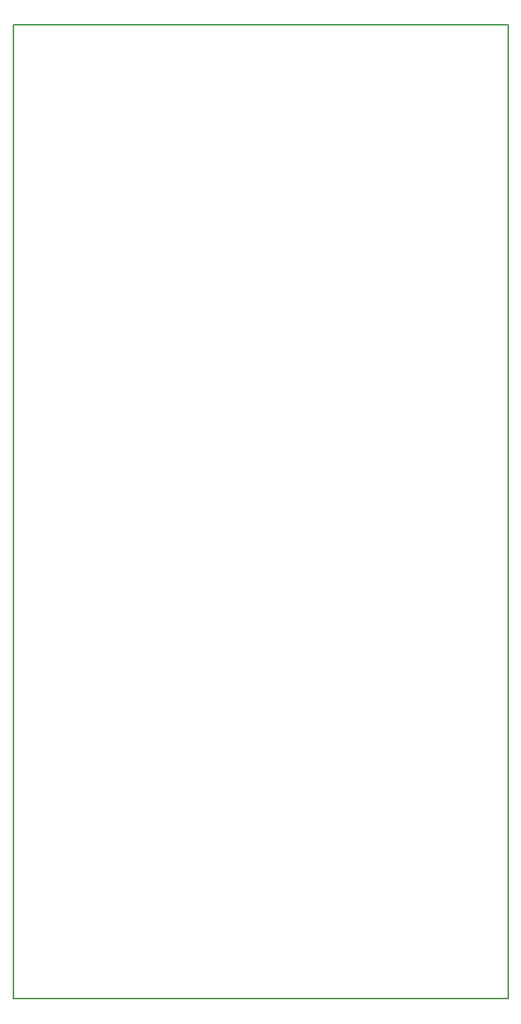
<source format=gbr>
%TF.GenerationSoftware,KiCad,Pcbnew,9.0.1*%
%TF.CreationDate,2025-04-29T17:21:59+08:00*%
%TF.ProjectId,pcb_all,7063625f-616c-46c2-9e6b-696361645f70,rev?*%
%TF.SameCoordinates,Original*%
%TF.FileFunction,Profile,NP*%
%FSLAX46Y46*%
G04 Gerber Fmt 4.6, Leading zero omitted, Abs format (unit mm)*
G04 Created by KiCad (PCBNEW 9.0.1) date 2025-04-29 17:21:59*
%MOMM*%
%LPD*%
G01*
G04 APERTURE LIST*
%TA.AperFunction,Profile*%
%ADD10C,0.200000*%
%TD*%
G04 APERTURE END LIST*
D10*
X114750000Y-50750000D02*
X174000000Y-50750000D01*
X174000000Y-167250000D01*
X114750000Y-167250000D01*
X114750000Y-50750000D01*
M02*

</source>
